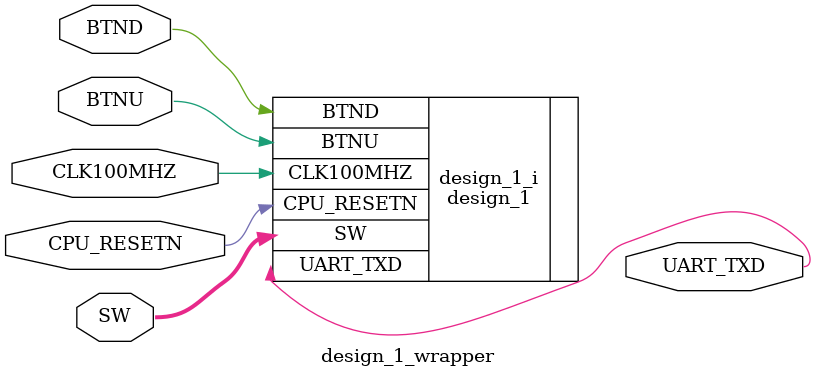
<source format=v>
`timescale 1 ps / 1 ps

module design_1_wrapper
   (BTND,
    BTNU,
    CLK100MHZ,
    CPU_RESETN,
    SW,
    UART_TXD);
  input BTND;
  input BTNU;
  input CLK100MHZ;
  input CPU_RESETN;
  input [15:0]SW;
  output UART_TXD;

  wire BTND;
  wire BTNU;
  wire CLK100MHZ;
  wire CPU_RESETN;
  wire [15:0]SW;
  wire UART_TXD;

  design_1 design_1_i
       (.BTND(BTND),
        .BTNU(BTNU),
        .CLK100MHZ(CLK100MHZ),
        .CPU_RESETN(CPU_RESETN),
        .SW(SW),
        .UART_TXD(UART_TXD));
endmodule

</source>
